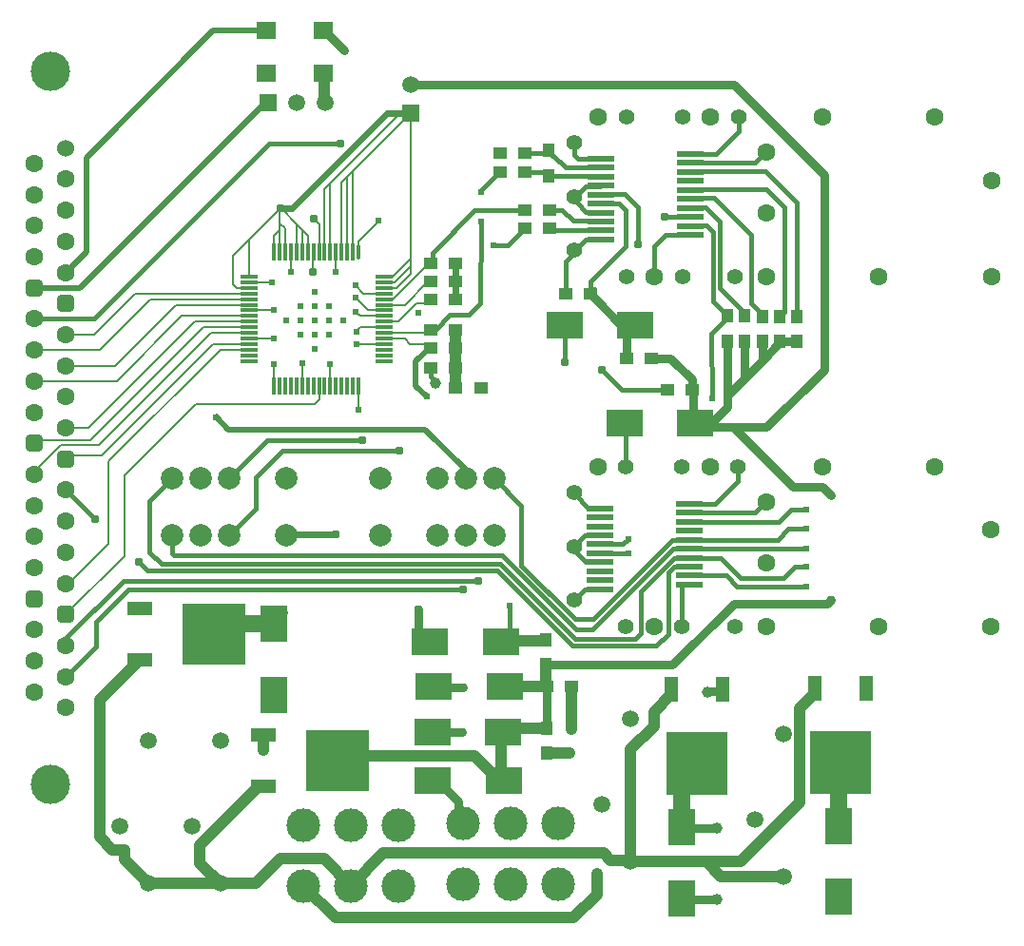
<source format=gtl>
G04*
G04 #@! TF.GenerationSoftware,Altium Limited,Altium Designer,19.1.6 (110)*
G04*
G04 Layer_Physical_Order=1*
G04 Layer_Color=255*
%FSLAX23Y23*%
%MOIN*%
G70*
G01*
G75*
%ADD11C,0.020*%
%ADD12C,0.039*%
%ADD14C,0.008*%
%ADD30C,0.055*%
%ADD44R,0.051X0.085*%
%ADD45R,0.217X0.224*%
%ADD46R,0.098X0.020*%
%ADD47R,0.059X0.012*%
%ADD48O,0.012X0.059*%
%ADD49R,0.012X0.059*%
%ADD50R,0.039X0.049*%
%ADD51R,0.130X0.098*%
%ADD52R,0.098X0.130*%
%ADD53R,0.224X0.217*%
%ADD54R,0.085X0.051*%
%ADD55R,0.049X0.039*%
%ADD56R,0.067X0.059*%
%ADD57C,0.031*%
%ADD58C,0.016*%
%ADD59C,0.024*%
%ADD60C,0.059*%
%ADD61C,0.039*%
%ADD62C,0.024*%
%ADD63C,0.059*%
%ADD64C,0.063*%
%ADD65C,0.118*%
%ADD66C,0.035*%
%ADD67C,0.079*%
%ADD68R,0.059X0.059*%
%ADD69R,0.059X0.059*%
G04:AMPARAMS|DCode=70|XSize=60mil|YSize=60mil|CornerRadius=15mil|HoleSize=0mil|Usage=FLASHONLY|Rotation=270.000|XOffset=0mil|YOffset=0mil|HoleType=Round|Shape=RoundedRectangle|*
%AMROUNDEDRECTD70*
21,1,0.060,0.030,0,0,270.0*
21,1,0.030,0.060,0,0,270.0*
1,1,0.030,-0.015,-0.015*
1,1,0.030,-0.015,0.015*
1,1,0.030,0.015,0.015*
1,1,0.030,0.015,-0.015*
%
%ADD70ROUNDEDRECTD70*%
%ADD71C,0.060*%
%ADD72C,0.138*%
%ADD73C,0.031*%
D11*
X955Y2964D02*
X967D01*
X305Y2314D02*
X955Y2964D01*
X145Y2314D02*
X305D01*
X774Y3215D02*
X959D01*
X329Y2770D02*
X774Y3215D01*
X329Y2440D02*
Y2770D01*
X1484Y1971D02*
X1523Y1932D01*
X1484Y1971D02*
Y2056D01*
X1531Y2103D01*
X1536D01*
X826Y1818D02*
X1515D01*
X785Y1860D02*
X826Y1818D01*
X1515D02*
X1658Y1675D01*
Y1645D02*
Y1675D01*
X785Y1860D02*
Y1862D01*
X257Y2368D02*
X329Y2440D01*
D12*
X2118Y187D02*
Y261D01*
X2036Y105D02*
X2118Y187D01*
X1203Y105D02*
X2036D01*
X1090Y218D02*
X1203Y105D01*
X2029Y768D02*
Y915D01*
X1943Y683D02*
X2024D01*
X921Y225D02*
X1009Y313D01*
X800Y225D02*
X921D01*
X727Y298D02*
X800Y225D01*
X727Y298D02*
Y343D01*
X546Y223D02*
X548Y225D01*
X546Y223D02*
Y225D01*
X462Y309D02*
X546Y225D01*
X462Y309D02*
Y344D01*
X375Y389D02*
X420Y344D01*
X462D01*
X727Y343D02*
Y361D01*
X931Y566D01*
X948D01*
X375Y389D02*
Y870D01*
X548Y225D02*
X800D01*
X375Y870D02*
X516Y1011D01*
X1009Y313D02*
X1161D01*
X1256Y218D01*
X2236Y696D02*
X2318Y778D01*
X2218Y302D02*
X2502D01*
X2236Y303D02*
Y696D01*
X2214Y306D02*
X2218Y302D01*
X2318Y828D02*
X2379Y889D01*
X2318Y778D02*
Y828D01*
X2141Y332D02*
X2167Y306D01*
X1370Y332D02*
X2141D01*
X1256Y218D02*
X1370Y332D01*
X2167Y306D02*
X2214D01*
X2553Y251D02*
X2773D01*
X2502Y302D02*
X2553Y251D01*
X2878Y889D02*
Y903D01*
X2830Y841D02*
X2878Y889D01*
X2830Y509D02*
Y841D01*
X2623Y302D02*
X2830Y509D01*
X2502Y302D02*
X2623D01*
X2878Y903D02*
X2884Y909D01*
X2379Y889D02*
Y906D01*
X1086Y221D02*
X1090Y218D01*
X1940Y915D02*
Y993D01*
X1796Y915D02*
X1940D01*
X1783Y755D02*
X1798Y771D01*
X1785Y1077D02*
X1940D01*
X948Y692D02*
Y746D01*
X1688Y674D02*
X1769Y593D01*
X1226Y674D02*
X1688D01*
X1208Y656D02*
X1226Y674D01*
X1769Y593D02*
X1785D01*
X1783Y595D02*
X1785Y593D01*
X1783Y595D02*
Y755D01*
X1798Y771D02*
X1942D01*
X1795Y916D02*
X1796Y915D01*
X1782Y1074D02*
X1785Y1077D01*
X1940D02*
Y1080D01*
X1160Y3065D02*
X1163Y3061D01*
Y2968D02*
Y3061D01*
Y2968D02*
X1167Y2964D01*
X1623Y1964D02*
Y2032D01*
X1623D02*
X1623D01*
Y1964D02*
X1624D01*
X1623Y2032D02*
Y2103D01*
Y2168D01*
D14*
X1271Y2323D02*
X1300Y2294D01*
X1371D01*
X1272Y2279D02*
X1316Y2235D01*
X1371D01*
X1277Y2116D02*
X1278Y2117D01*
X1371D01*
X1183Y2048D02*
X1184Y2047D01*
Y1969D02*
Y2047D01*
X1086Y2045D02*
Y2049D01*
X1086Y2045D02*
X1086Y2045D01*
X1086Y1969D02*
Y2045D01*
X987Y2048D02*
X987Y2048D01*
Y1969D02*
Y2048D01*
X980Y2333D02*
X980Y2333D01*
X899Y2333D02*
X980D01*
X1203Y2369D02*
X1204Y2370D01*
Y2441D01*
X1046Y2371D02*
X1047Y2370D01*
X1046Y2371D02*
Y2441D01*
X1263Y2724D02*
X1455Y2916D01*
X1465Y2926D01*
X1420Y2916D02*
X1455D01*
X842Y2426D02*
X899Y2483D01*
X842Y2328D02*
Y2426D01*
Y2328D02*
X857Y2313D01*
X899D01*
X1007Y2591D02*
X1008Y2592D01*
X899Y2483D02*
X1007Y2591D01*
X899Y2353D02*
Y2483D01*
X1007Y2516D02*
Y2541D01*
Y2442D02*
Y2516D01*
X987Y2496D02*
X1007Y2516D01*
X987Y2441D02*
Y2496D01*
X1007Y2541D02*
Y2591D01*
Y2541D02*
X1027Y2522D01*
Y2441D02*
Y2522D01*
X1007Y2441D02*
X1007Y2442D01*
X1008Y2592D02*
X1011D01*
X1066Y2537D01*
X1086Y2517D01*
X1066Y2441D02*
Y2537D01*
X1086Y2517D02*
X1105Y2498D01*
X1086Y2441D02*
Y2517D01*
X1105Y2441D02*
Y2498D01*
X1184Y2680D02*
X1420Y2916D01*
X1263Y2441D02*
Y2724D01*
X1164Y2660D02*
X1184Y2680D01*
X1164Y2441D02*
Y2660D01*
X1184Y2441D02*
Y2680D01*
X1223Y2684D02*
X1243Y2704D01*
X1223Y2441D02*
Y2684D01*
X1243Y2704D02*
X1263Y2724D01*
X1243Y2441D02*
Y2704D01*
X1465Y2926D02*
X1467Y2924D01*
Y2416D02*
Y2924D01*
Y2390D02*
Y2416D01*
X1404Y2353D02*
X1467Y2416D01*
X1371Y2353D02*
X1404D01*
X1410Y2333D02*
X1467Y2390D01*
X1371Y2333D02*
X1410D01*
X1467Y2363D02*
Y2390D01*
X1417Y2313D02*
X1467Y2363D01*
X1371Y2313D02*
X1417D01*
X257Y2150D02*
X355D01*
X145Y2096D02*
X376D01*
X499Y2294D02*
X899D01*
X554Y2274D02*
X899D01*
X641Y2254D02*
X899D01*
X428Y2041D02*
X641Y2254D01*
X376Y2096D02*
X554Y2274D01*
X355Y2150D02*
X499Y2294D01*
X1486Y2260D02*
X1517D01*
X1421Y2195D02*
X1486Y2260D01*
X1371Y2195D02*
X1421D01*
X1527Y2336D02*
X1536D01*
X1445Y2254D02*
X1527Y2336D01*
X1371Y2254D02*
X1445D01*
X1530Y2401D02*
X1536D01*
X1488Y2359D02*
X1530Y2401D01*
X1403Y2274D02*
X1412Y2283D01*
X1371Y2274D02*
X1403D01*
X1412Y2283D02*
X1488Y2359D01*
X1446Y2136D02*
X1464Y2118D01*
X1371Y2136D02*
X1446D01*
X1464Y2118D02*
X1520D01*
X406Y1417D02*
Y1705D01*
X798Y2097D01*
X267Y1278D02*
X406Y1417D01*
X1123Y2371D02*
X1124Y2372D01*
Y2440D01*
X1125Y2441D01*
X1145D02*
Y2535D01*
X1125Y2555D02*
X1145Y2535D01*
X145Y1670D02*
X239Y1764D01*
X145Y1660D02*
Y1670D01*
X239Y1764D02*
X373D01*
X1145Y1923D02*
Y1969D01*
X1130Y1908D02*
X1145Y1923D01*
X712Y1908D02*
X1130D01*
X462Y1658D02*
X712Y1908D01*
X462Y1374D02*
Y1658D01*
X257Y1169D02*
X462Y1374D01*
X257Y1278D02*
X267D01*
X798Y2097D02*
X899D01*
X774Y2117D02*
X899D01*
X382Y1725D02*
X774Y2117D01*
X268Y1725D02*
X382D01*
X156Y1780D02*
X343D01*
X257Y1714D02*
X268Y1725D01*
X1283Y1888D02*
X1284Y1887D01*
X1283Y1888D02*
Y1968D01*
X1282Y1969D02*
X1283Y1968D01*
X1274Y2231D02*
X1280Y2223D01*
X1288Y2215D01*
X1371D01*
X1275Y2159D02*
X1280Y2167D01*
X1289Y2176D01*
X1371D01*
X1352Y2551D02*
Y2555D01*
Y2547D02*
Y2551D01*
X987Y2136D02*
X988Y2137D01*
X899Y2136D02*
X987D01*
X985Y2236D02*
X986Y2237D01*
X900Y2236D02*
X985D01*
X899Y2235D02*
X900Y2236D01*
X343Y1780D02*
X739Y2176D01*
X708Y2195D02*
X899D01*
X336Y1823D02*
X708Y2195D01*
X257Y1823D02*
X336D01*
X663Y2215D02*
X899D01*
X435Y1987D02*
X663Y2215D01*
X145Y1987D02*
X435D01*
X257Y2041D02*
X428D01*
X1282Y2477D02*
X1352Y2547D01*
X1282Y2441D02*
Y2477D01*
X739Y2176D02*
X899D01*
X145Y1769D02*
X156Y1780D01*
X373Y1764D02*
X765Y2156D01*
X899D01*
X1520Y2118D02*
X1536Y2103D01*
X1524Y2156D02*
X1536Y2168D01*
X1371Y2156D02*
X1524D01*
D30*
X2602Y1127D02*
D03*
X2614Y1688D02*
D03*
X2039Y1219D02*
D03*
Y1407D02*
D03*
Y1596D02*
D03*
X2417Y1127D02*
D03*
X2220D02*
D03*
Y1688D02*
D03*
X2417D02*
D03*
X2603Y2353D02*
D03*
X2615Y2914D02*
D03*
X2040Y2445D02*
D03*
Y2634D02*
D03*
Y2822D02*
D03*
X2418Y2353D02*
D03*
X2221D02*
D03*
Y2914D02*
D03*
X2418D02*
D03*
D44*
X2559Y906D02*
D03*
X2379D02*
D03*
X2884Y909D02*
D03*
X3064D02*
D03*
D45*
X2469Y646D02*
D03*
X2974Y649D02*
D03*
D46*
X2444Y1274D02*
D03*
Y1305D02*
D03*
Y1368D02*
D03*
Y1337D02*
D03*
Y1463D02*
D03*
Y1494D02*
D03*
Y1431D02*
D03*
Y1400D02*
D03*
Y1557D02*
D03*
Y1526D02*
D03*
X2129Y1510D02*
D03*
Y1541D02*
D03*
Y1384D02*
D03*
Y1415D02*
D03*
Y1478D02*
D03*
Y1447D02*
D03*
Y1321D02*
D03*
Y1352D02*
D03*
Y1289D02*
D03*
Y1258D02*
D03*
X2446Y2500D02*
D03*
Y2531D02*
D03*
Y2594D02*
D03*
Y2563D02*
D03*
Y2689D02*
D03*
Y2720D02*
D03*
Y2657D02*
D03*
Y2626D02*
D03*
Y2783D02*
D03*
Y2752D02*
D03*
X2131Y2736D02*
D03*
Y2767D02*
D03*
Y2610D02*
D03*
Y2641D02*
D03*
Y2704D02*
D03*
Y2673D02*
D03*
Y2547D02*
D03*
Y2578D02*
D03*
Y2515D02*
D03*
Y2484D02*
D03*
D47*
X1371Y2058D02*
D03*
Y2077D02*
D03*
Y2097D02*
D03*
Y2117D02*
D03*
Y2136D02*
D03*
Y2156D02*
D03*
Y2176D02*
D03*
Y2195D02*
D03*
Y2215D02*
D03*
Y2235D02*
D03*
Y2254D02*
D03*
Y2274D02*
D03*
Y2294D02*
D03*
Y2313D02*
D03*
Y2333D02*
D03*
Y2353D02*
D03*
X899D02*
D03*
Y2333D02*
D03*
Y2313D02*
D03*
Y2294D02*
D03*
Y2274D02*
D03*
Y2254D02*
D03*
Y2235D02*
D03*
Y2215D02*
D03*
Y2195D02*
D03*
Y2176D02*
D03*
Y2156D02*
D03*
Y2136D02*
D03*
Y2117D02*
D03*
Y2097D02*
D03*
Y2077D02*
D03*
Y2058D02*
D03*
D48*
X1282Y2441D02*
D03*
D49*
X1263D02*
D03*
X1243D02*
D03*
X1223D02*
D03*
X1204D02*
D03*
X1184D02*
D03*
X1164D02*
D03*
X1145D02*
D03*
X1125D02*
D03*
X1105D02*
D03*
X1086D02*
D03*
X1066D02*
D03*
X1046D02*
D03*
X1027D02*
D03*
X1007D02*
D03*
X987D02*
D03*
Y1969D02*
D03*
X1007D02*
D03*
X1027D02*
D03*
X1046D02*
D03*
X1066D02*
D03*
X1086D02*
D03*
X1105D02*
D03*
X1125D02*
D03*
X1145D02*
D03*
X1164D02*
D03*
X1184D02*
D03*
X1204D02*
D03*
X1223D02*
D03*
X1243D02*
D03*
X1263D02*
D03*
X1282D02*
D03*
D50*
X1943Y770D02*
D03*
Y683D02*
D03*
X2698Y2127D02*
D03*
Y2214D02*
D03*
X2637Y2128D02*
D03*
Y2215D02*
D03*
X2576Y2128D02*
D03*
Y2215D02*
D03*
X2820Y2126D02*
D03*
Y2213D02*
D03*
X2759Y2127D02*
D03*
Y2214D02*
D03*
X1940Y1080D02*
D03*
Y993D02*
D03*
X1950Y2708D02*
D03*
Y2795D02*
D03*
D51*
X1542Y756D02*
D03*
X1790D02*
D03*
X1543Y587D02*
D03*
X1791D02*
D03*
X1782Y1074D02*
D03*
X1534D02*
D03*
X1795Y916D02*
D03*
X1547D02*
D03*
X2254Y2182D02*
D03*
X2006D02*
D03*
X2463Y1839D02*
D03*
X2215D02*
D03*
D52*
X985Y888D02*
D03*
Y1136D02*
D03*
X2417Y422D02*
D03*
Y174D02*
D03*
X2965Y427D02*
D03*
Y179D02*
D03*
D53*
X1208Y656D02*
D03*
X776Y1101D02*
D03*
D54*
X948Y566D02*
D03*
Y746D02*
D03*
X516Y1011D02*
D03*
Y1191D02*
D03*
D55*
X1942Y915D02*
D03*
X2029D02*
D03*
X2222Y2067D02*
D03*
X2309D02*
D03*
X2095Y2294D02*
D03*
X2008D02*
D03*
X2454Y1956D02*
D03*
X2367D02*
D03*
X1867Y2721D02*
D03*
X1780D02*
D03*
X1867Y2786D02*
D03*
X1780D02*
D03*
X1952Y2523D02*
D03*
X1865D02*
D03*
X1952Y2587D02*
D03*
X1865D02*
D03*
X1624Y1964D02*
D03*
X1711D02*
D03*
X1536Y2032D02*
D03*
X1623D02*
D03*
Y2401D02*
D03*
X1536D02*
D03*
X1623Y2336D02*
D03*
X1536D02*
D03*
X1623Y2168D02*
D03*
X1536D02*
D03*
X1623Y2272D02*
D03*
X1536D02*
D03*
X1623Y2103D02*
D03*
X1536D02*
D03*
D56*
X959Y3065D02*
D03*
Y3215D02*
D03*
X1160D02*
D03*
Y3065D02*
D03*
D57*
X2421Y170D02*
X2538D01*
X2417Y174D02*
X2421Y170D01*
X1231Y3145D02*
Y3147D01*
X1164Y3215D02*
X1231Y3147D01*
X1160Y3215D02*
X1164D01*
X1543Y755D02*
X1645D01*
X1542Y756D02*
X1543Y755D01*
X1551Y912D02*
X1648D01*
X1547Y916D02*
X1551Y912D01*
X1494Y1107D02*
Y1188D01*
Y1107D02*
X1527Y1074D01*
X1534D01*
X1632Y452D02*
X1649Y435D01*
X1632Y452D02*
Y513D01*
X1559Y587D02*
X1632Y513D01*
X1543Y587D02*
X1559D01*
X2552Y899D02*
X2559Y906D01*
X2508Y899D02*
X2552D01*
X2506Y897D02*
X2508Y899D01*
X2377Y2066D02*
X2451Y1992D01*
X2309Y2066D02*
X2377D01*
X2213Y2064D02*
X2224Y2075D01*
X2095Y2292D02*
X2224Y2163D01*
X2698Y2061D02*
X2759Y2122D01*
X2224Y2075D02*
Y2163D01*
X985Y1145D02*
X1018Y1178D01*
X2598Y3026D02*
X2915Y2709D01*
Y2028D02*
Y2709D01*
X2712Y1825D02*
X2915Y2028D01*
X1465Y3026D02*
X2598D01*
X2926Y1207D02*
X2939Y1220D01*
X2598Y1207D02*
X2926D01*
X2384Y993D02*
X2598Y1207D01*
X2910Y1615D02*
X2939Y1586D01*
X2806Y1615D02*
X2910D01*
X2596Y1825D02*
X2806Y1615D01*
X2596Y1825D02*
X2712D01*
X2527D02*
X2596D01*
X2479Y1839D02*
X2490Y1850D01*
X1940Y993D02*
X2384D01*
X2576Y1897D02*
Y1936D01*
X2529Y1850D02*
X2576Y1897D01*
X2490Y1850D02*
X2502D01*
X2527Y1825D01*
X2576Y1936D02*
Y2128D01*
X985Y1136D02*
Y1145D01*
X2698Y2061D02*
Y2127D01*
X2695Y2058D02*
X2698Y2061D01*
X2759Y2127D02*
X2760Y2126D01*
X2819D01*
X2820Y2126D01*
X2695Y2055D02*
Y2058D01*
X2759Y2122D02*
Y2127D01*
X2637Y1997D02*
X2695Y2055D01*
X2576Y1936D02*
X2637Y1997D01*
Y2128D01*
X2417Y422D02*
X2420Y419D01*
X2540D01*
X2463Y1839D02*
X2479D01*
X2451Y1959D02*
Y1992D01*
Y1959D02*
X2454Y1956D01*
X2457Y1845D02*
X2463Y1839D01*
X2457Y1845D02*
Y1955D01*
X1942Y771D02*
Y914D01*
X1942Y915D02*
X1942Y914D01*
D58*
X1536Y2002D02*
Y2032D01*
Y2002D02*
X1552Y1986D01*
Y1980D02*
Y1986D01*
X2709Y1563D02*
X2712D01*
X2671Y1526D02*
X2709Y1563D01*
X2444Y1526D02*
X2671D01*
X2445Y1556D02*
X2534D01*
X2444Y1557D02*
X2445Y1556D01*
X2534D02*
X2614Y1636D01*
Y1688D01*
X2417Y1127D02*
Y1272D01*
X2419Y1274D01*
X2444D01*
X2039Y1219D02*
X2076Y1256D01*
X2127D01*
X2129Y1258D01*
X2039Y1407D02*
X2046Y1400D01*
Y1386D02*
Y1400D01*
Y1386D02*
X2078Y1354D01*
X2127D01*
X2129Y1352D01*
X2039Y1407D02*
X2076Y1445D01*
X2127D01*
X2129Y1447D01*
X2090Y1541D02*
X2129D01*
X2039Y1593D02*
X2090Y1541D01*
X2039Y1593D02*
Y1596D01*
X2206Y1956D02*
X2367D01*
X2136Y2026D02*
X2206Y1956D01*
X2215Y1839D02*
X2220Y1834D01*
Y1688D02*
Y1834D01*
X2006Y2054D02*
Y2182D01*
X2006Y2182D02*
X2006Y2182D01*
X2008Y2294D02*
Y2405D01*
X2040Y2437D01*
Y2445D01*
X2039Y2781D02*
Y2821D01*
X2040Y2822D01*
X2039Y2781D02*
X2053Y2767D01*
X2131D01*
X2040Y2634D02*
X2048Y2626D01*
Y2612D02*
Y2626D01*
Y2612D02*
X2079Y2580D01*
X2129D01*
X2131Y2578D01*
X2040Y2634D02*
X2078Y2671D01*
X2129D01*
X2131Y2673D01*
X2040Y2445D02*
X2078Y2482D01*
X2129D01*
X2131Y2484D01*
X2320Y2353D02*
Y2461D01*
X2358Y2500D01*
X2446D01*
X2710Y2789D02*
X2714D01*
X2673Y2752D02*
X2710Y2789D01*
X2446Y2752D02*
X2673D01*
X2535Y2783D02*
X2615Y2863D01*
Y2914D01*
X2615Y2914D01*
X2446Y2783D02*
X2535D01*
X356Y2205D02*
X970Y2819D01*
X1218D01*
X2035Y2549D02*
X2113D01*
X1997Y2587D02*
X2035Y2549D01*
X2132Y2609D02*
X2197D01*
X2131Y2610D02*
X2132Y2609D01*
X2197D02*
X2218Y2588D01*
Y2459D02*
Y2588D01*
X2095Y2336D02*
X2218Y2459D01*
X2095Y2294D02*
Y2336D01*
Y2292D02*
Y2294D01*
X2110Y2310D01*
X2357Y2563D02*
X2357Y2563D01*
X2446D01*
X2446Y2563D01*
X145Y2205D02*
X356D01*
X1603Y2219D02*
X1670D01*
X1552Y2168D02*
X1603Y2219D01*
X1536Y2168D02*
X1552D01*
X1670Y2219D02*
X1710Y2259D01*
X1711Y2650D02*
X1713Y2652D01*
Y2658D01*
X1775Y2721D01*
X1780D01*
X1710Y2259D02*
X1711Y2547D01*
X1541Y2401D02*
Y2438D01*
X1690Y2587D02*
X1865D01*
X1541Y2438D02*
X1690Y2587D01*
X1805Y2463D02*
X1865Y2523D01*
X1756Y2463D02*
X1805D01*
X2113Y2643D02*
X2215D01*
X2262Y2596D01*
Y2468D02*
Y2596D01*
X2438Y2533D02*
X2503D01*
X2525Y2511D01*
Y2265D02*
Y2511D01*
Y2265D02*
X2576Y2215D01*
X2436Y2597D02*
X2500D01*
X2631Y2220D02*
X2637Y2215D01*
X2500Y2597D02*
X2549Y2548D01*
Y2312D02*
Y2548D01*
Y2312D02*
X2631Y2230D01*
X2759Y2214D02*
X2775Y2230D01*
X2436Y2660D02*
X2712D01*
X2775Y2597D01*
Y2230D02*
Y2597D01*
X2436Y2629D02*
X2529D01*
X2659Y2499D01*
Y2259D02*
Y2499D01*
Y2259D02*
X2698Y2220D01*
X2436Y2723D02*
X2471D01*
X2709D01*
X1867Y2721D02*
X1938D01*
X1950Y2709D01*
Y2708D02*
Y2709D01*
Y2708D02*
X1952Y2706D01*
X2116D01*
X2008Y2737D02*
X2113D01*
X1967Y2778D02*
X2008Y2737D01*
X1962Y2778D02*
X1967D01*
X1950Y2790D02*
X1962Y2778D01*
X1950Y2790D02*
Y2795D01*
X1941Y2786D02*
X1950Y2795D01*
X1867Y2786D02*
X1941D01*
X1958Y2517D02*
X2113D01*
X1952Y2523D02*
X1958Y2517D01*
X2631Y2220D02*
Y2230D01*
X2698Y2217D02*
Y2220D01*
Y2214D02*
Y2217D01*
X2820Y2213D02*
Y2612D01*
X2709Y2723D02*
X2820Y2612D01*
X2129Y1415D02*
X2209D01*
X2228Y1434D01*
X2230D01*
X2229Y1383D02*
X2229Y1383D01*
X2130Y1383D02*
X2229D01*
X2129Y1384D02*
X2130Y1383D01*
X2757Y1494D02*
X2800Y1537D01*
X2852D01*
X2444Y1494D02*
X2757D01*
X2789Y1469D02*
X2852D01*
X2852Y1470D01*
X2751Y1431D02*
X2789Y1469D01*
X2444Y1431D02*
X2751D01*
X2801Y1400D02*
X2853Y1399D01*
X2444Y1400D02*
X2801D01*
X2812Y1336D02*
X2853D01*
X2773Y1297D02*
X2812Y1336D01*
X2622Y1297D02*
X2773D01*
X2551Y1368D02*
X2622Y1297D01*
X2444Y1368D02*
X2551D01*
X2609Y1267D02*
X2853D01*
X2571Y1305D02*
X2609Y1267D01*
X2444Y1305D02*
X2571D01*
X2368Y1315D02*
X2388Y1335D01*
X2368Y1101D02*
Y1315D01*
X2327Y1060D02*
X2368Y1101D01*
X2033Y1060D02*
X2327D01*
X2388Y1335D02*
X2442D01*
X2388Y1368D02*
X2444D01*
X2271Y1251D02*
X2388Y1368D01*
X2271Y1102D02*
Y1251D01*
X2102Y1116D02*
X2386Y1400D01*
X2045Y1116D02*
X2102D01*
X2386Y1400D02*
X2444D01*
X2041Y1153D02*
X2106D01*
X1853Y1341D02*
X2041Y1153D01*
X1853Y1341D02*
Y1550D01*
X1786Y1375D02*
X2045Y1116D01*
X637Y1375D02*
X1786D01*
X2106Y1153D02*
X2384Y1431D01*
X1770Y1323D02*
X2033Y1060D01*
X542Y1323D02*
X1770D01*
X2253Y1084D02*
X2271Y1102D01*
X2042Y1084D02*
X2253D01*
X2442Y1335D02*
X2444Y1337D01*
X2384Y1431D02*
X2444D01*
X1779Y1347D02*
X2042Y1084D01*
X591Y1347D02*
X1779D01*
X1758Y1645D02*
X1853Y1550D01*
X2444Y1494D02*
X2446Y1496D01*
X2520Y2154D02*
X2576Y2210D01*
Y2215D01*
X2520Y2154D02*
X2521Y1925D01*
X1015Y1743D02*
X1426D01*
X921Y1649D02*
X1015Y1743D01*
X962Y1780D02*
X1297D01*
X921Y1539D02*
Y1649D01*
X829Y1447D02*
X921Y1539D01*
X829Y1647D02*
X962Y1780D01*
X629Y1383D02*
X637Y1375D01*
X550Y1388D02*
X591Y1347D01*
X629Y1383D02*
Y1447D01*
X363Y1143D02*
X476Y1256D01*
X363Y1057D02*
Y1143D01*
X257Y951D02*
X363Y1057D01*
X460Y1288D02*
X1704D01*
X257Y1085D02*
X460Y1288D01*
X257Y1060D02*
Y1085D01*
X476Y1256D02*
X1650D01*
X511Y1353D02*
X542Y1323D01*
X360Y1502D02*
X363D01*
X257Y1605D02*
X360Y1502D01*
X550Y1388D02*
Y1568D01*
X1952Y2587D02*
X1997D01*
X1785Y1077D02*
X1811Y1103D01*
Y1199D01*
X550Y1568D02*
X629Y1647D01*
D59*
X1011Y2592D02*
X1050D01*
X1384Y2926D02*
X1465D01*
X1050Y2592D02*
X1384Y2926D01*
X1623Y2272D02*
Y2336D01*
Y2401D01*
X1202Y1449D02*
X1204Y1450D01*
X1031Y1449D02*
X1202D01*
X1029Y1447D02*
X1031Y1449D01*
D60*
X811Y1136D02*
X985D01*
X776Y1101D02*
X811Y1136D01*
X2965Y640D02*
X2974Y649D01*
X2965Y427D02*
Y640D01*
X2417Y594D02*
X2469Y646D01*
X2417Y422D02*
Y594D01*
D61*
X2118Y261D02*
D03*
X2029Y768D02*
D03*
X2024Y683D02*
D03*
X462Y344D02*
D03*
X727Y343D02*
D03*
X2538Y170D02*
D03*
X1552Y1980D02*
D03*
X2506Y897D02*
D03*
X991Y1170D02*
D03*
X516Y1191D02*
D03*
X692Y1071D02*
D03*
X948Y692D02*
D03*
X1133Y610D02*
D03*
X1810Y937D02*
D03*
X2961Y735D02*
D03*
X3064Y909D02*
D03*
X2540Y419D02*
D03*
X2416Y421D02*
D03*
D62*
X1271Y2323D02*
D03*
X1272Y2279D02*
D03*
X1277Y2116D02*
D03*
X1184Y2047D02*
D03*
X1086Y2049D02*
D03*
X987Y2048D02*
D03*
X980Y2333D02*
D03*
X1046Y2371D02*
D03*
X1204Y2370D02*
D03*
X2309Y2067D02*
D03*
X1792Y2786D02*
D03*
X1709Y1962D02*
D03*
X1619Y2271D02*
D03*
X1493Y2226D02*
D03*
X1711Y2650D02*
D03*
Y2547D02*
D03*
X1756Y2463D02*
D03*
X1536Y2336D02*
D03*
X1523Y1932D02*
D03*
X2852Y1470D02*
D03*
Y1537D02*
D03*
X2853Y1267D02*
D03*
X1030Y2200D02*
D03*
X1230D02*
D03*
X1130Y2100D02*
D03*
Y2300D02*
D03*
X1080Y2150D02*
D03*
X1130D02*
D03*
X1180D02*
D03*
X1080Y2200D02*
D03*
X1130D02*
D03*
X1180D02*
D03*
X1080Y2250D02*
D03*
X1130D02*
D03*
X1180D02*
D03*
X2521Y1925D02*
D03*
X2761Y2215D02*
D03*
X2698Y2217D02*
D03*
X2636Y2218D02*
D03*
X2818Y2212D02*
D03*
X2229Y1383D02*
D03*
X1811Y1199D02*
D03*
X2230Y1434D02*
D03*
X2853Y1399D02*
D03*
X2853Y1336D02*
D03*
X784Y1860D02*
D03*
X1284Y1887D02*
D03*
X1275Y2159D02*
D03*
X1274Y2231D02*
D03*
X1352Y2551D02*
D03*
X987Y2136D02*
D03*
X986Y2237D02*
D03*
D63*
X2136Y503D02*
D03*
X2236Y303D02*
D03*
Y803D02*
D03*
X2673Y451D02*
D03*
X2773Y251D02*
D03*
Y751D02*
D03*
X700Y425D02*
D03*
X800Y225D02*
D03*
Y725D02*
D03*
X446Y425D02*
D03*
X546Y225D02*
D03*
Y725D02*
D03*
X1465Y3026D02*
D03*
X1067Y2964D02*
D03*
X1167D02*
D03*
D64*
X2712Y1127D02*
D03*
X2515Y1688D02*
D03*
X2121D02*
D03*
X2318Y1127D02*
D03*
X2712Y1350D02*
D03*
Y1563D02*
D03*
X2909Y1688D02*
D03*
X3303D02*
D03*
X3106Y1127D02*
D03*
X3499D02*
D03*
X3499Y1465D02*
D03*
X2714Y2353D02*
D03*
X2517Y2914D02*
D03*
X2123D02*
D03*
X2320Y2353D02*
D03*
X2714Y2576D02*
D03*
Y2789D02*
D03*
X2910Y2914D02*
D03*
X3304D02*
D03*
X3107Y2353D02*
D03*
X3501D02*
D03*
X3501Y2691D02*
D03*
X257Y842D02*
D03*
X145Y897D02*
D03*
Y1006D02*
D03*
Y1115D02*
D03*
X257Y1060D02*
D03*
Y1387D02*
D03*
X145Y1333D02*
D03*
Y1442D02*
D03*
X257Y1496D02*
D03*
Y1278D02*
D03*
Y1605D02*
D03*
X145Y1660D02*
D03*
X257Y1932D02*
D03*
X145Y1987D02*
D03*
Y1878D02*
D03*
X257Y2041D02*
D03*
X145Y2096D02*
D03*
Y2205D02*
D03*
X257Y2368D02*
D03*
Y2586D02*
D03*
Y2477D02*
D03*
X145Y2532D02*
D03*
Y2641D02*
D03*
X257Y2695D02*
D03*
Y951D02*
D03*
Y2150D02*
D03*
X145Y1551D02*
D03*
X257Y1823D02*
D03*
X145Y2750D02*
D03*
Y2423D02*
D03*
D65*
X1981Y222D02*
D03*
X1649Y435D02*
D03*
Y222D02*
D03*
X1981Y435D02*
D03*
X1815Y222D02*
D03*
Y435D02*
D03*
X1256Y431D02*
D03*
Y218D02*
D03*
X1422Y431D02*
D03*
X1090Y218D02*
D03*
Y431D02*
D03*
X1422Y218D02*
D03*
D66*
X955Y3062D02*
D03*
D67*
X1029Y1447D02*
D03*
X829D02*
D03*
X729D02*
D03*
X629D02*
D03*
X1029Y1647D02*
D03*
X829D02*
D03*
X729D02*
D03*
X629D02*
D03*
X1358Y1645D02*
D03*
X1558D02*
D03*
X1658D02*
D03*
X1758D02*
D03*
X1358Y1445D02*
D03*
X1558D02*
D03*
X1658D02*
D03*
X1758D02*
D03*
D68*
X1465Y2926D02*
D03*
D69*
X967Y2964D02*
D03*
D70*
X257Y1169D02*
D03*
Y1714D02*
D03*
X145Y1769D02*
D03*
Y2314D02*
D03*
X257Y2259D02*
D03*
X145Y1224D02*
D03*
D71*
X257Y2804D02*
D03*
D72*
X201Y573D02*
D03*
Y3073D02*
D03*
D73*
X2136Y2026D02*
D03*
X2006Y2054D02*
D03*
X1231Y3145D02*
D03*
X1645Y755D02*
D03*
X1648Y912D02*
D03*
X1494Y1188D02*
D03*
X1218Y2819D02*
D03*
X1008Y2592D02*
D03*
X2357Y2563D02*
D03*
X2262Y2468D02*
D03*
X2939Y1220D02*
D03*
Y1586D02*
D03*
X1426Y1743D02*
D03*
X1297Y1780D02*
D03*
X1650Y1256D02*
D03*
X1704Y1288D02*
D03*
X511Y1353D02*
D03*
X360Y1502D02*
D03*
X1123Y2371D02*
D03*
X1125Y2555D02*
D03*
X1204Y1450D02*
D03*
M02*

</source>
